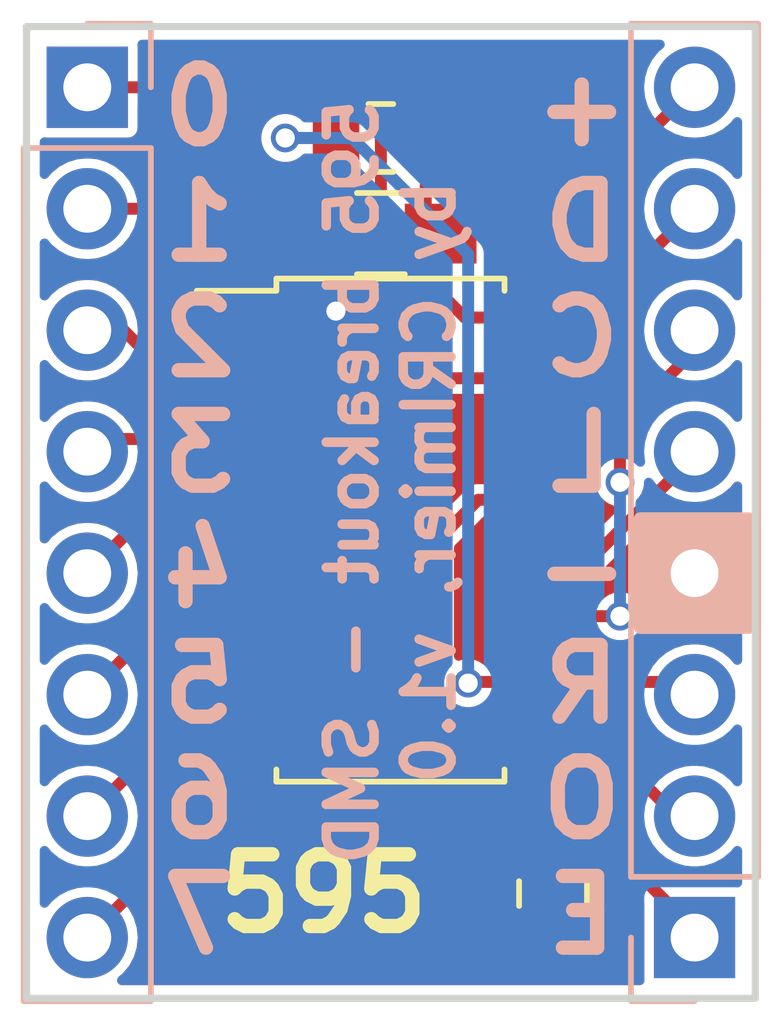
<source format=kicad_pcb>
(kicad_pcb (version 20171130) (host pcbnew "(5.1.2)-1")

  (general
    (thickness 1.6)
    (drawings 8)
    (tracks 72)
    (zones 0)
    (modules 6)
    (nets 17)
  )

  (page A4)
  (layers
    (0 F.Cu signal)
    (31 B.Cu signal)
    (32 B.Adhes user)
    (33 F.Adhes user)
    (34 B.Paste user)
    (35 F.Paste user)
    (36 B.SilkS user)
    (37 F.SilkS user)
    (38 B.Mask user)
    (39 F.Mask user)
    (40 Dwgs.User user)
    (41 Cmts.User user)
    (42 Eco1.User user)
    (43 Eco2.User user)
    (44 Edge.Cuts user)
    (45 Margin user)
    (46 B.CrtYd user)
    (47 F.CrtYd user)
    (48 B.Fab user hide)
    (49 F.Fab user hide)
  )

  (setup
    (last_trace_width 0.25)
    (trace_clearance 0.2)
    (zone_clearance 0.508)
    (zone_45_only no)
    (trace_min 0.2)
    (via_size 0.6)
    (via_drill 0.4)
    (via_min_size 0.4)
    (via_min_drill 0.3)
    (uvia_size 0.3)
    (uvia_drill 0.1)
    (uvias_allowed no)
    (uvia_min_size 0.2)
    (uvia_min_drill 0.1)
    (edge_width 0.15)
    (segment_width 0.2)
    (pcb_text_width 0.3)
    (pcb_text_size 1.5 1.5)
    (mod_edge_width 0.15)
    (mod_text_size 1 1)
    (mod_text_width 0.15)
    (pad_size 1.524 1.524)
    (pad_drill 0.762)
    (pad_to_mask_clearance 0.2)
    (aux_axis_origin 163.83 102.87)
    (visible_elements 7FFFFFFF)
    (pcbplotparams
      (layerselection 0x010f0_ffffffff)
      (usegerberextensions true)
      (usegerberattributes true)
      (usegerberadvancedattributes false)
      (creategerberjobfile false)
      (excludeedgelayer true)
      (linewidth 0.100000)
      (plotframeref false)
      (viasonmask false)
      (mode 1)
      (useauxorigin true)
      (hpglpennumber 1)
      (hpglpenspeed 20)
      (hpglpendiameter 15.000000)
      (psnegative false)
      (psa4output false)
      (plotreference false)
      (plotvalue false)
      (plotinvisibletext false)
      (padsonsilk false)
      (subtractmaskfromsilk true)
      (outputformat 1)
      (mirror false)
      (drillshape 0)
      (scaleselection 1)
      (outputdirectory "gerbers/"))
  )

  (net 0 "")
  (net 1 GND)
  (net 2 VCC)
  (net 3 "Net-(J2-Pad1)")
  (net 4 "Net-(J2-Pad2)")
  (net 5 "Net-(J2-Pad3)")
  (net 6 "Net-(J2-Pad4)")
  (net 7 "Net-(J2-Pad5)")
  (net 8 "Net-(J2-Pad6)")
  (net 9 "Net-(J2-Pad7)")
  (net 10 "Net-(J2-Pad8)")
  (net 11 RST)
  (net 12 DOUT)
  (net 13 CLK)
  (net 14 LATCH)
  (net 15 DIN)
  (net 16 OE)

  (net_class Default "This is the default net class."
    (clearance 0.2)
    (trace_width 0.25)
    (via_dia 0.6)
    (via_drill 0.4)
    (uvia_dia 0.3)
    (uvia_drill 0.1)
    (add_net CLK)
    (add_net DIN)
    (add_net DOUT)
    (add_net GND)
    (add_net LATCH)
    (add_net "Net-(J2-Pad1)")
    (add_net "Net-(J2-Pad2)")
    (add_net "Net-(J2-Pad3)")
    (add_net "Net-(J2-Pad4)")
    (add_net "Net-(J2-Pad5)")
    (add_net "Net-(J2-Pad6)")
    (add_net "Net-(J2-Pad7)")
    (add_net "Net-(J2-Pad8)")
    (add_net OE)
    (add_net RST)
    (add_net VCC)
  )

  (module Pin_Headers:Pin_Header_Straight_1x08_Pitch2.54mm (layer B.Cu) (tedit 5ACFEC7E) (tstamp 5ACFEB71)
    (at 149.86 104.14 180)
    (descr "Through hole straight pin header, 1x08, 2.54mm pitch, single row")
    (tags "Through hole pin header THT 1x08 2.54mm single row")
    (path /5ACFEA0D)
    (fp_text reference J2 (at 0 2.33 180) (layer B.SilkS) hide
      (effects (font (size 1 1) (thickness 0.15)) (justify mirror))
    )
    (fp_text value Conn_01x08 (at 0 -20.11 180) (layer B.Fab)
      (effects (font (size 1 1) (thickness 0.15)) (justify mirror))
    )
    (fp_line (start -0.635 1.27) (end 1.27 1.27) (layer B.Fab) (width 0.1))
    (fp_line (start 1.27 1.27) (end 1.27 -19.05) (layer B.Fab) (width 0.1))
    (fp_line (start 1.27 -19.05) (end -1.27 -19.05) (layer B.Fab) (width 0.1))
    (fp_line (start -1.27 -19.05) (end -1.27 0.635) (layer B.Fab) (width 0.1))
    (fp_line (start -1.27 0.635) (end -0.635 1.27) (layer B.Fab) (width 0.1))
    (fp_line (start -1.33 -19.11) (end 1.33 -19.11) (layer B.SilkS) (width 0.12))
    (fp_line (start -1.33 -1.27) (end -1.33 -19.11) (layer B.SilkS) (width 0.12))
    (fp_line (start 1.33 -1.27) (end 1.33 -19.11) (layer B.SilkS) (width 0.12))
    (fp_line (start -1.33 -1.27) (end 1.33 -1.27) (layer B.SilkS) (width 0.12))
    (fp_line (start -1.33 0) (end -1.33 1.33) (layer B.SilkS) (width 0.12))
    (fp_line (start -1.33 1.33) (end 0 1.33) (layer B.SilkS) (width 0.12))
    (fp_line (start -1.8 1.8) (end -1.8 -19.55) (layer B.CrtYd) (width 0.05))
    (fp_line (start -1.8 -19.55) (end 1.8 -19.55) (layer B.CrtYd) (width 0.05))
    (fp_line (start 1.8 -19.55) (end 1.8 1.8) (layer B.CrtYd) (width 0.05))
    (fp_line (start 1.8 1.8) (end -1.8 1.8) (layer B.CrtYd) (width 0.05))
    (fp_text user %R (at 0 -8.89 90) (layer B.Fab)
      (effects (font (size 1 1) (thickness 0.15)) (justify mirror))
    )
    (pad 1 thru_hole rect (at 0 0 180) (size 1.7 1.7) (drill 1) (layers *.Cu *.Mask)
      (net 3 "Net-(J2-Pad1)"))
    (pad 2 thru_hole oval (at 0 -2.54 180) (size 1.7 1.7) (drill 1) (layers *.Cu *.Mask)
      (net 4 "Net-(J2-Pad2)"))
    (pad 3 thru_hole oval (at 0 -5.08 180) (size 1.7 1.7) (drill 1) (layers *.Cu *.Mask)
      (net 5 "Net-(J2-Pad3)"))
    (pad 4 thru_hole oval (at 0 -7.62 180) (size 1.7 1.7) (drill 1) (layers *.Cu *.Mask)
      (net 6 "Net-(J2-Pad4)"))
    (pad 5 thru_hole oval (at 0 -10.16 180) (size 1.7 1.7) (drill 1) (layers *.Cu *.Mask)
      (net 7 "Net-(J2-Pad5)"))
    (pad 6 thru_hole oval (at 0 -12.7 180) (size 1.7 1.7) (drill 1) (layers *.Cu *.Mask)
      (net 8 "Net-(J2-Pad6)"))
    (pad 7 thru_hole oval (at 0 -15.24 180) (size 1.7 1.7) (drill 1) (layers *.Cu *.Mask)
      (net 9 "Net-(J2-Pad7)"))
    (pad 8 thru_hole oval (at 0 -17.78 180) (size 1.7 1.7) (drill 1) (layers *.Cu *.Mask)
      (net 10 "Net-(J2-Pad8)"))
    (model ${KISYS3DMOD}/Pin_Headers.3dshapes/Pin_Header_Straight_1x08_Pitch2.54mm.wrl
      (at (xyz 0 0 0))
      (scale (xyz 1 1 1))
      (rotate (xyz 0 0 0))
    )
  )

  (module Capacitors_SMD:C_0805_HandSoldering (layer F.Cu) (tedit 5AE0FEA1) (tstamp 5AE0FE86)
    (at 156 107.2 180)
    (descr "Capacitor SMD 0805, hand soldering")
    (tags "capacitor 0805")
    (path /5AE0FEE3)
    (attr smd)
    (fp_text reference C1 (at 0 -1.75) (layer F.SilkS) hide
      (effects (font (size 1 1) (thickness 0.15)))
    )
    (fp_text value C_Small (at 0 1.75) (layer F.Fab)
      (effects (font (size 1 1) (thickness 0.15)))
    )
    (fp_text user %R (at 0 -1.75) (layer F.Fab)
      (effects (font (size 1 1) (thickness 0.15)))
    )
    (fp_line (start -1 0.62) (end -1 -0.62) (layer F.Fab) (width 0.1))
    (fp_line (start 1 0.62) (end -1 0.62) (layer F.Fab) (width 0.1))
    (fp_line (start 1 -0.62) (end 1 0.62) (layer F.Fab) (width 0.1))
    (fp_line (start -1 -0.62) (end 1 -0.62) (layer F.Fab) (width 0.1))
    (fp_line (start 0.5 -0.85) (end -0.5 -0.85) (layer F.SilkS) (width 0.12))
    (fp_line (start -0.5 0.85) (end 0.5 0.85) (layer F.SilkS) (width 0.12))
    (fp_line (start -2.25 -0.88) (end 2.25 -0.88) (layer F.CrtYd) (width 0.05))
    (fp_line (start -2.25 -0.88) (end -2.25 0.87) (layer F.CrtYd) (width 0.05))
    (fp_line (start 2.25 0.87) (end 2.25 -0.88) (layer F.CrtYd) (width 0.05))
    (fp_line (start 2.25 0.87) (end -2.25 0.87) (layer F.CrtYd) (width 0.05))
    (pad 1 smd rect (at -1.25 0 180) (size 1.5 1.25) (layers F.Cu F.Paste F.Mask)
      (net 2 VCC))
    (pad 2 smd rect (at 1.25 0 180) (size 1.5 1.25) (layers F.Cu F.Paste F.Mask)
      (net 1 GND))
    (model Capacitors_SMD.3dshapes/C_0805.wrl
      (at (xyz 0 0 0))
      (scale (xyz 1 1 1))
      (rotate (xyz 0 0 0))
    )
  )

  (module Pin_Headers:Pin_Header_Straight_1x08_Pitch2.54mm (layer B.Cu) (tedit 5AE0FF2F) (tstamp 5AE0FF25)
    (at 162.56 121.92)
    (descr "Through hole straight pin header, 1x08, 2.54mm pitch, single row")
    (tags "Through hole pin header THT 1x08 2.54mm single row")
    (path /5AE0FFF5)
    (fp_text reference J1 (at 0 2.33) (layer B.SilkS) hide
      (effects (font (size 1 1) (thickness 0.15)) (justify mirror))
    )
    (fp_text value Conn_01x08 (at 0 -20.11) (layer B.Fab)
      (effects (font (size 1 1) (thickness 0.15)) (justify mirror))
    )
    (fp_line (start -0.635 1.27) (end 1.27 1.27) (layer B.Fab) (width 0.1))
    (fp_line (start 1.27 1.27) (end 1.27 -19.05) (layer B.Fab) (width 0.1))
    (fp_line (start 1.27 -19.05) (end -1.27 -19.05) (layer B.Fab) (width 0.1))
    (fp_line (start -1.27 -19.05) (end -1.27 0.635) (layer B.Fab) (width 0.1))
    (fp_line (start -1.27 0.635) (end -0.635 1.27) (layer B.Fab) (width 0.1))
    (fp_line (start -1.33 -19.11) (end 1.33 -19.11) (layer B.SilkS) (width 0.12))
    (fp_line (start -1.33 -1.27) (end -1.33 -19.11) (layer B.SilkS) (width 0.12))
    (fp_line (start 1.33 -1.27) (end 1.33 -19.11) (layer B.SilkS) (width 0.12))
    (fp_line (start -1.33 -1.27) (end 1.33 -1.27) (layer B.SilkS) (width 0.12))
    (fp_line (start -1.33 0) (end -1.33 1.33) (layer B.SilkS) (width 0.12))
    (fp_line (start -1.33 1.33) (end 0 1.33) (layer B.SilkS) (width 0.12))
    (fp_line (start -1.8 1.8) (end -1.8 -19.55) (layer B.CrtYd) (width 0.05))
    (fp_line (start -1.8 -19.55) (end 1.8 -19.55) (layer B.CrtYd) (width 0.05))
    (fp_line (start 1.8 -19.55) (end 1.8 1.8) (layer B.CrtYd) (width 0.05))
    (fp_line (start 1.8 1.8) (end -1.8 1.8) (layer B.CrtYd) (width 0.05))
    (fp_text user %R (at 0 -8.89 270) (layer B.Fab)
      (effects (font (size 1 1) (thickness 0.15)) (justify mirror))
    )
    (pad 1 thru_hole rect (at 0 0) (size 1.7 1.7) (drill 1) (layers *.Cu *.Mask)
      (net 16 OE))
    (pad 2 thru_hole oval (at 0 -2.54) (size 1.7 1.7) (drill 1) (layers *.Cu *.Mask)
      (net 12 DOUT))
    (pad 3 thru_hole oval (at 0 -5.08) (size 1.7 1.7) (drill 1) (layers *.Cu *.Mask)
      (net 11 RST))
    (pad 4 thru_hole oval (at 0 -7.62) (size 1.7 1.7) (drill 1) (layers *.Cu *.Mask)
      (net 1 GND))
    (pad 5 thru_hole oval (at 0 -10.16) (size 1.7 1.7) (drill 1) (layers *.Cu *.Mask)
      (net 14 LATCH))
    (pad 6 thru_hole oval (at 0 -12.7) (size 1.7 1.7) (drill 1) (layers *.Cu *.Mask)
      (net 13 CLK))
    (pad 7 thru_hole oval (at 0 -15.24) (size 1.7 1.7) (drill 1) (layers *.Cu *.Mask)
      (net 15 DIN))
    (pad 8 thru_hole oval (at 0 -17.78) (size 1.7 1.7) (drill 1) (layers *.Cu *.Mask)
      (net 2 VCC))
    (model ${KISYS3DMOD}/Pin_Headers.3dshapes/Pin_Header_Straight_1x08_Pitch2.54mm.wrl
      (at (xyz 0 0 0))
      (scale (xyz 1 1 1))
      (rotate (xyz 0 0 0))
    )
  )

  (module Package_SO:SOP-16_4.55x10.3mm_P1.27mm (layer F.Cu) (tedit 5C5B553D) (tstamp 5D038A74)
    (at 156.2 113.4)
    (descr "SOP, 16 Pin (https://toshiba.semicon-storage.com/info/docget.jsp?did=12855&prodName=TLP290-4), generated with kicad-footprint-generator ipc_gullwing_generator.py")
    (tags "SOP SO")
    (path /5ACFE96D)
    (attr smd)
    (fp_text reference U1 (at 0 -6.1) (layer F.SilkS) hide
      (effects (font (size 1 1) (thickness 0.15)))
    )
    (fp_text value 74LS595 (at 0 6.1) (layer F.Fab)
      (effects (font (size 1 1) (thickness 0.15)))
    )
    (fp_line (start 0 5.26) (end 2.385 5.26) (layer F.SilkS) (width 0.12))
    (fp_line (start 2.385 5.26) (end 2.385 5.005) (layer F.SilkS) (width 0.12))
    (fp_line (start 0 5.26) (end -2.385 5.26) (layer F.SilkS) (width 0.12))
    (fp_line (start -2.385 5.26) (end -2.385 5.005) (layer F.SilkS) (width 0.12))
    (fp_line (start 0 -5.26) (end 2.385 -5.26) (layer F.SilkS) (width 0.12))
    (fp_line (start 2.385 -5.26) (end 2.385 -5.005) (layer F.SilkS) (width 0.12))
    (fp_line (start 0 -5.26) (end -2.385 -5.26) (layer F.SilkS) (width 0.12))
    (fp_line (start -2.385 -5.26) (end -2.385 -5.005) (layer F.SilkS) (width 0.12))
    (fp_line (start -2.385 -5.005) (end -4.05 -5.005) (layer F.SilkS) (width 0.12))
    (fp_line (start -1.275 -5.15) (end 2.275 -5.15) (layer F.Fab) (width 0.1))
    (fp_line (start 2.275 -5.15) (end 2.275 5.15) (layer F.Fab) (width 0.1))
    (fp_line (start 2.275 5.15) (end -2.275 5.15) (layer F.Fab) (width 0.1))
    (fp_line (start -2.275 5.15) (end -2.275 -4.15) (layer F.Fab) (width 0.1))
    (fp_line (start -2.275 -4.15) (end -1.275 -5.15) (layer F.Fab) (width 0.1))
    (fp_line (start -4.3 -5.4) (end -4.3 5.4) (layer F.CrtYd) (width 0.05))
    (fp_line (start -4.3 5.4) (end 4.3 5.4) (layer F.CrtYd) (width 0.05))
    (fp_line (start 4.3 5.4) (end 4.3 -5.4) (layer F.CrtYd) (width 0.05))
    (fp_line (start 4.3 -5.4) (end -4.3 -5.4) (layer F.CrtYd) (width 0.05))
    (fp_text user %R (at 0 0) (layer F.Fab)
      (effects (font (size 1 1) (thickness 0.15)))
    )
    (pad 1 smd roundrect (at -3.25 -4.445) (size 1.6 0.6) (layers F.Cu F.Paste F.Mask) (roundrect_rratio 0.25)
      (net 4 "Net-(J2-Pad2)"))
    (pad 2 smd roundrect (at -3.25 -3.175) (size 1.6 0.6) (layers F.Cu F.Paste F.Mask) (roundrect_rratio 0.25)
      (net 5 "Net-(J2-Pad3)"))
    (pad 3 smd roundrect (at -3.25 -1.905) (size 1.6 0.6) (layers F.Cu F.Paste F.Mask) (roundrect_rratio 0.25)
      (net 6 "Net-(J2-Pad4)"))
    (pad 4 smd roundrect (at -3.25 -0.635) (size 1.6 0.6) (layers F.Cu F.Paste F.Mask) (roundrect_rratio 0.25)
      (net 7 "Net-(J2-Pad5)"))
    (pad 5 smd roundrect (at -3.25 0.635) (size 1.6 0.6) (layers F.Cu F.Paste F.Mask) (roundrect_rratio 0.25)
      (net 8 "Net-(J2-Pad6)"))
    (pad 6 smd roundrect (at -3.25 1.905) (size 1.6 0.6) (layers F.Cu F.Paste F.Mask) (roundrect_rratio 0.25)
      (net 9 "Net-(J2-Pad7)"))
    (pad 7 smd roundrect (at -3.25 3.175) (size 1.6 0.6) (layers F.Cu F.Paste F.Mask) (roundrect_rratio 0.25)
      (net 10 "Net-(J2-Pad8)"))
    (pad 8 smd roundrect (at -3.25 4.445) (size 1.6 0.6) (layers F.Cu F.Paste F.Mask) (roundrect_rratio 0.25)
      (net 1 GND))
    (pad 9 smd roundrect (at 3.25 4.445) (size 1.6 0.6) (layers F.Cu F.Paste F.Mask) (roundrect_rratio 0.25)
      (net 12 DOUT))
    (pad 10 smd roundrect (at 3.25 3.175) (size 1.6 0.6) (layers F.Cu F.Paste F.Mask) (roundrect_rratio 0.25)
      (net 11 RST))
    (pad 11 smd roundrect (at 3.25 1.905) (size 1.6 0.6) (layers F.Cu F.Paste F.Mask) (roundrect_rratio 0.25)
      (net 13 CLK))
    (pad 12 smd roundrect (at 3.25 0.635) (size 1.6 0.6) (layers F.Cu F.Paste F.Mask) (roundrect_rratio 0.25)
      (net 14 LATCH))
    (pad 13 smd roundrect (at 3.25 -0.635) (size 1.6 0.6) (layers F.Cu F.Paste F.Mask) (roundrect_rratio 0.25)
      (net 16 OE))
    (pad 14 smd roundrect (at 3.25 -1.905) (size 1.6 0.6) (layers F.Cu F.Paste F.Mask) (roundrect_rratio 0.25)
      (net 15 DIN))
    (pad 15 smd roundrect (at 3.25 -3.175) (size 1.6 0.6) (layers F.Cu F.Paste F.Mask) (roundrect_rratio 0.25)
      (net 3 "Net-(J2-Pad1)"))
    (pad 16 smd roundrect (at 3.25 -4.445) (size 1.6 0.6) (layers F.Cu F.Paste F.Mask) (roundrect_rratio 0.25)
      (net 2 VCC))
    (model ${KISYS3DMOD}/Package_SO.3dshapes/SOP-16_4.55x10.3mm_P1.27mm.wrl
      (at (xyz 0 0 0))
      (scale (xyz 1 1 1))
      (rotate (xyz 0 0 0))
    )
  )

  (module Resistor_SMD:R_0805_2012Metric (layer F.Cu) (tedit 5B36C52B) (tstamp 5D038B58)
    (at 156 105.2 180)
    (descr "Resistor SMD 0805 (2012 Metric), square (rectangular) end terminal, IPC_7351 nominal, (Body size source: https://docs.google.com/spreadsheets/d/1BsfQQcO9C6DZCsRaXUlFlo91Tg2WpOkGARC1WS5S8t0/edit?usp=sharing), generated with kicad-footprint-generator")
    (tags resistor)
    (path /5ACFEBEB)
    (attr smd)
    (fp_text reference R1 (at 0 -1.65) (layer F.SilkS) hide
      (effects (font (size 1 1) (thickness 0.15)))
    )
    (fp_text value R_Small (at 0 1.65) (layer F.Fab)
      (effects (font (size 1 1) (thickness 0.15)))
    )
    (fp_line (start -1 0.6) (end -1 -0.6) (layer F.Fab) (width 0.1))
    (fp_line (start -1 -0.6) (end 1 -0.6) (layer F.Fab) (width 0.1))
    (fp_line (start 1 -0.6) (end 1 0.6) (layer F.Fab) (width 0.1))
    (fp_line (start 1 0.6) (end -1 0.6) (layer F.Fab) (width 0.1))
    (fp_line (start -0.258578 -0.71) (end 0.258578 -0.71) (layer F.SilkS) (width 0.12))
    (fp_line (start -0.258578 0.71) (end 0.258578 0.71) (layer F.SilkS) (width 0.12))
    (fp_line (start -1.68 0.95) (end -1.68 -0.95) (layer F.CrtYd) (width 0.05))
    (fp_line (start -1.68 -0.95) (end 1.68 -0.95) (layer F.CrtYd) (width 0.05))
    (fp_line (start 1.68 -0.95) (end 1.68 0.95) (layer F.CrtYd) (width 0.05))
    (fp_line (start 1.68 0.95) (end -1.68 0.95) (layer F.CrtYd) (width 0.05))
    (fp_text user %R (at 0 0) (layer F.Fab)
      (effects (font (size 0.5 0.5) (thickness 0.08)))
    )
    (pad 1 smd roundrect (at -0.9375 0 180) (size 0.975 1.4) (layers F.Cu F.Paste F.Mask) (roundrect_rratio 0.25)
      (net 2 VCC))
    (pad 2 smd roundrect (at 0.9375 0 180) (size 0.975 1.4) (layers F.Cu F.Paste F.Mask) (roundrect_rratio 0.25)
      (net 11 RST))
    (model ${KISYS3DMOD}/Resistor_SMD.3dshapes/R_0805_2012Metric.wrl
      (at (xyz 0 0 0))
      (scale (xyz 1 1 1))
      (rotate (xyz 0 0 0))
    )
  )

  (module Resistor_SMD:R_0805_2012Metric (layer F.Cu) (tedit 5B36C52B) (tstamp 5D038B78)
    (at 159.6 121 270)
    (descr "Resistor SMD 0805 (2012 Metric), square (rectangular) end terminal, IPC_7351 nominal, (Body size source: https://docs.google.com/spreadsheets/d/1BsfQQcO9C6DZCsRaXUlFlo91Tg2WpOkGARC1WS5S8t0/edit?usp=sharing), generated with kicad-footprint-generator")
    (tags resistor)
    (path /5D0346D4)
    (attr smd)
    (fp_text reference R2 (at 0 -1.65 270) (layer F.SilkS) hide
      (effects (font (size 1 1) (thickness 0.15)))
    )
    (fp_text value R_Small (at 0 1.65 270) (layer F.Fab)
      (effects (font (size 1 1) (thickness 0.15)))
    )
    (fp_text user %R (at 0 0 270) (layer F.Fab)
      (effects (font (size 0.5 0.5) (thickness 0.08)))
    )
    (fp_line (start 1.68 0.95) (end -1.68 0.95) (layer F.CrtYd) (width 0.05))
    (fp_line (start 1.68 -0.95) (end 1.68 0.95) (layer F.CrtYd) (width 0.05))
    (fp_line (start -1.68 -0.95) (end 1.68 -0.95) (layer F.CrtYd) (width 0.05))
    (fp_line (start -1.68 0.95) (end -1.68 -0.95) (layer F.CrtYd) (width 0.05))
    (fp_line (start -0.258578 0.71) (end 0.258578 0.71) (layer F.SilkS) (width 0.12))
    (fp_line (start -0.258578 -0.71) (end 0.258578 -0.71) (layer F.SilkS) (width 0.12))
    (fp_line (start 1 0.6) (end -1 0.6) (layer F.Fab) (width 0.1))
    (fp_line (start 1 -0.6) (end 1 0.6) (layer F.Fab) (width 0.1))
    (fp_line (start -1 -0.6) (end 1 -0.6) (layer F.Fab) (width 0.1))
    (fp_line (start -1 0.6) (end -1 -0.6) (layer F.Fab) (width 0.1))
    (pad 2 smd roundrect (at 0.9375 0 270) (size 0.975 1.4) (layers F.Cu F.Paste F.Mask) (roundrect_rratio 0.25)
      (net 1 GND))
    (pad 1 smd roundrect (at -0.9375 0 270) (size 0.975 1.4) (layers F.Cu F.Paste F.Mask) (roundrect_rratio 0.25)
      (net 16 OE))
    (model ${KISYS3DMOD}/Resistor_SMD.3dshapes/R_0805_2012Metric.wrl
      (at (xyz 0 0 0))
      (scale (xyz 1 1 1))
      (rotate (xyz 0 0 0))
    )
  )

  (gr_text 595 (at 154.8 121) (layer F.SilkS)
    (effects (font (size 1.5 1.5) (thickness 0.3)))
  )
  (gr_text "595 breakout - SMD\nby CRImier, v1.0" (at 156.21 112.395 90) (layer B.SilkS)
    (effects (font (size 1 1) (thickness 0.2)) (justify mirror))
  )
  (gr_text "+\nD\nC\nL\n-\nR\nO\nE" (at 160.2 113) (layer B.SilkS)
    (effects (font (size 1.5 1.5) (thickness 0.3)) (justify mirror))
  )
  (gr_text "0\n1\n2\n3\n4\n5\n6\n7" (at 152.2 113) (layer B.SilkS)
    (effects (font (size 1.5 1.5) (thickness 0.3)) (justify mirror))
  )
  (gr_line (start 148.59 123.19) (end 148.59 102.87) (layer Edge.Cuts) (width 0.15))
  (gr_line (start 163.83 123.19) (end 148.59 123.19) (layer Edge.Cuts) (width 0.15))
  (gr_line (start 163.83 102.87) (end 163.83 123.19) (layer Edge.Cuts) (width 0.15))
  (gr_line (start 148.59 102.87) (end 163.83 102.87) (layer Edge.Cuts) (width 0.15))

  (via (at 155.06 108.82) (size 0.6) (drill 0.4) (layers F.Cu B.Cu) (net 1))
  (segment (start 156.9375 106.8875) (end 157.25 107.2) (width 0.25) (layer F.Cu) (net 2))
  (segment (start 156.9375 105.2) (end 156.9375 106.8875) (width 0.25) (layer F.Cu) (net 2))
  (segment (start 161.5 105.2) (end 156.9375 105.2) (width 0.25) (layer F.Cu) (net 2))
  (segment (start 162.56 104.14) (end 161.5 105.2) (width 0.25) (layer F.Cu) (net 2))
  (segment (start 159.45 108.955) (end 157.755 108.955) (width 0.25) (layer F.Cu) (net 2))
  (segment (start 157.25 108.45) (end 157.25 107.2) (width 0.25) (layer F.Cu) (net 2))
  (segment (start 157.755 108.955) (end 157.25 108.45) (width 0.25) (layer F.Cu) (net 2))
  (segment (start 155.74 104.14) (end 156 104.4) (width 0.25) (layer F.Cu) (net 3))
  (segment (start 149.86 104.14) (end 155.74 104.14) (width 0.25) (layer F.Cu) (net 3))
  (segment (start 156 104.4) (end 156 109.4) (width 0.25) (layer F.Cu) (net 3))
  (segment (start 156.825 110.225) (end 159.45 110.225) (width 0.25) (layer F.Cu) (net 3))
  (segment (start 156 109.4) (end 156.825 110.225) (width 0.25) (layer F.Cu) (net 3))
  (segment (start 149.86 106.68) (end 151.88 106.68) (width 0.25) (layer F.Cu) (net 4))
  (segment (start 152.95 107.75) (end 152.95 108.955) (width 0.25) (layer F.Cu) (net 4))
  (segment (start 151.88 106.68) (end 152.95 107.75) (width 0.25) (layer F.Cu) (net 4))
  (segment (start 149.86 109.22) (end 150.62 109.22) (width 0.25) (layer F.Cu) (net 5))
  (segment (start 151.625 110.225) (end 152.95 110.225) (width 0.25) (layer F.Cu) (net 5))
  (segment (start 150.62 109.22) (end 151.625 110.225) (width 0.25) (layer F.Cu) (net 5))
  (segment (start 150.125 111.495) (end 149.86 111.76) (width 0.25) (layer F.Cu) (net 6))
  (segment (start 152.95 111.495) (end 150.125 111.495) (width 0.25) (layer F.Cu) (net 6))
  (segment (start 151.395 112.765) (end 149.86 114.3) (width 0.25) (layer F.Cu) (net 7))
  (segment (start 152.95 112.765) (end 151.395 112.765) (width 0.25) (layer F.Cu) (net 7))
  (segment (start 152.95 114.035) (end 151.765 114.035) (width 0.25) (layer F.Cu) (net 8))
  (segment (start 151.765 114.035) (end 151.4 114.4) (width 0.25) (layer F.Cu) (net 8))
  (segment (start 151.4 115.3) (end 149.86 116.84) (width 0.25) (layer F.Cu) (net 8))
  (segment (start 151.4 114.4) (end 151.4 115.3) (width 0.25) (layer F.Cu) (net 8))
  (segment (start 151.2 118.04) (end 149.86 119.38) (width 0.25) (layer F.Cu) (net 9))
  (segment (start 151.2 116.13641) (end 151.2 118.04) (width 0.25) (layer F.Cu) (net 9))
  (segment (start 152.95 115.305) (end 152.03141 115.305) (width 0.25) (layer F.Cu) (net 9))
  (segment (start 152.03141 115.305) (end 151.2 116.13641) (width 0.25) (layer F.Cu) (net 9))
  (segment (start 151.65001 120.12999) (end 149.86 121.92) (width 0.25) (layer F.Cu) (net 10))
  (segment (start 151.65001 116.94999) (end 151.65001 120.12999) (width 0.25) (layer F.Cu) (net 10))
  (segment (start 152.95 116.575) (end 152.025 116.575) (width 0.25) (layer F.Cu) (net 10))
  (segment (start 152.025 116.575) (end 151.65001 116.94999) (width 0.25) (layer F.Cu) (net 10))
  (segment (start 162.295 116.575) (end 162.56 116.84) (width 0.25) (layer F.Cu) (net 11))
  (segment (start 159.45 116.575) (end 162.295 116.575) (width 0.25) (layer F.Cu) (net 11))
  (via (at 157.825 116.6) (size 0.6) (drill 0.4) (layers F.Cu B.Cu) (net 11))
  (segment (start 159.45 116.575) (end 157.85 116.575) (width 0.25) (layer F.Cu) (net 11))
  (segment (start 157.85 116.575) (end 157.825 116.6) (width 0.25) (layer F.Cu) (net 11))
  (segment (start 157.825 116.6) (end 157.825 107.625) (width 0.25) (layer B.Cu) (net 11))
  (via (at 154 105.2) (size 0.6) (drill 0.4) (layers F.Cu B.Cu) (net 11))
  (segment (start 157.825 107.625) (end 155.4 105.2) (width 0.25) (layer B.Cu) (net 11))
  (segment (start 155.4 105.2) (end 154 105.2) (width 0.25) (layer B.Cu) (net 11))
  (segment (start 154 105.2) (end 155.0625 105.2) (width 0.25) (layer F.Cu) (net 11))
  (segment (start 159.45 117.845) (end 160.645 117.845) (width 0.25) (layer F.Cu) (net 12))
  (segment (start 162.18 119.38) (end 162.56 119.38) (width 0.25) (layer F.Cu) (net 12))
  (segment (start 160.645 117.845) (end 162.18 119.38) (width 0.25) (layer F.Cu) (net 12))
  (via (at 161 112.4) (size 0.6) (drill 0.4) (layers F.Cu B.Cu) (net 13))
  (via (at 161 115.2) (size 0.6) (drill 0.4) (layers F.Cu B.Cu) (net 13))
  (segment (start 161 112.4) (end 161 115.2) (width 0.25) (layer B.Cu) (net 13))
  (segment (start 159.555 115.2) (end 159.45 115.305) (width 0.25) (layer F.Cu) (net 13))
  (segment (start 161 115.2) (end 159.555 115.2) (width 0.25) (layer F.Cu) (net 13))
  (segment (start 161 111.2) (end 161 112.4) (width 0.25) (layer F.Cu) (net 13))
  (segment (start 162.38 109.82) (end 161 111.2) (width 0.25) (layer F.Cu) (net 13))
  (segment (start 162.56 109.22) (end 162.38 109.22) (width 0.25) (layer F.Cu) (net 13))
  (segment (start 162.38 109.22) (end 162.38 109.82) (width 0.25) (layer F.Cu) (net 13))
  (segment (start 159.45 114.035) (end 160.365 114.035) (width 0.25) (layer F.Cu) (net 14))
  (segment (start 162.56 111.84) (end 162.56 111.76) (width 0.25) (layer F.Cu) (net 14))
  (segment (start 160.365 114.035) (end 162.56 111.84) (width 0.25) (layer F.Cu) (net 14))
  (segment (start 159.868589 111.495) (end 160.6 110.763589) (width 0.25) (layer F.Cu) (net 15))
  (segment (start 160.6 110.763589) (end 160.6 108.64) (width 0.25) (layer F.Cu) (net 15))
  (segment (start 159.45 111.495) (end 159.868589 111.495) (width 0.25) (layer F.Cu) (net 15))
  (segment (start 160.6 108.64) (end 162.56 106.68) (width 0.25) (layer F.Cu) (net 15))
  (segment (start 159.45 112.765) (end 158.035 112.765) (width 0.25) (layer F.Cu) (net 16))
  (segment (start 158.035 112.765) (end 157.2 113.6) (width 0.25) (layer F.Cu) (net 16))
  (segment (start 157.2 113.6) (end 157.2 119) (width 0.25) (layer F.Cu) (net 16))
  (segment (start 158.2625 120.0625) (end 159.6 120.0625) (width 0.25) (layer F.Cu) (net 16))
  (segment (start 157.2 119) (end 158.2625 120.0625) (width 0.25) (layer F.Cu) (net 16))
  (segment (start 162.56 121.92) (end 162.56 121.76) (width 0.25) (layer F.Cu) (net 16))
  (segment (start 160.8625 120.0625) (end 159.6 120.0625) (width 0.25) (layer F.Cu) (net 16))
  (segment (start 162.56 121.76) (end 160.8625 120.0625) (width 0.25) (layer F.Cu) (net 16))

  (zone (net 1) (net_name GND) (layer F.Cu) (tstamp 5DCC488B) (hatch edge 0.508)
    (connect_pads (clearance 0.2))
    (min_thickness 0.2)
    (fill yes (arc_segments 16) (thermal_gap 0.2) (thermal_bridge_width 0.25))
    (polygon
      (pts
        (xy 148.59 102.87) (xy 163.83 102.87) (xy 163.83 123.19) (xy 148.59 123.19)
      )
    )
    (filled_polygon
      (pts
        (xy 154.284025 104.637387) (xy 154.281108 104.667003) (xy 154.175014 104.623058) (xy 154.059095 104.6) (xy 153.940905 104.6)
        (xy 153.824986 104.623058) (xy 153.715793 104.668287) (xy 153.617522 104.73395) (xy 153.53395 104.817522) (xy 153.468287 104.915793)
        (xy 153.423058 105.024986) (xy 153.4 105.140905) (xy 153.4 105.259095) (xy 153.423058 105.375014) (xy 153.468287 105.484207)
        (xy 153.53395 105.582478) (xy 153.617522 105.66605) (xy 153.715793 105.731713) (xy 153.824986 105.776942) (xy 153.940905 105.8)
        (xy 154.059095 105.8) (xy 154.175014 105.776942) (xy 154.281108 105.732997) (xy 154.284025 105.762613) (xy 154.31505 105.864889)
        (xy 154.365432 105.959147) (xy 154.433235 106.041765) (xy 154.515853 106.109568) (xy 154.610111 106.15995) (xy 154.712387 106.190975)
        (xy 154.81875 106.201451) (xy 155.30625 106.201451) (xy 155.412613 106.190975) (xy 155.514889 106.15995) (xy 155.575 106.12782)
        (xy 155.575 106.284251) (xy 155.55881 106.27934) (xy 155.5 106.273548) (xy 154.85 106.275) (xy 154.775 106.35)
        (xy 154.775 107.175) (xy 154.795 107.175) (xy 154.795 107.225) (xy 154.775 107.225) (xy 154.775 108.05)
        (xy 154.85 108.125) (xy 155.5 108.126452) (xy 155.55881 108.12066) (xy 155.575001 108.115748) (xy 155.575001 109.379123)
        (xy 155.572945 109.4) (xy 155.58115 109.483314) (xy 155.592878 109.521974) (xy 155.605453 109.563427) (xy 155.644917 109.63726)
        (xy 155.698027 109.701974) (xy 155.714239 109.715279) (xy 156.509721 110.510762) (xy 156.523026 110.526974) (xy 156.58774 110.580084)
        (xy 156.661573 110.619548) (xy 156.717383 110.636478) (xy 156.741685 110.64385) (xy 156.750098 110.644679) (xy 156.804126 110.65)
        (xy 156.804132 110.65) (xy 156.824999 110.652055) (xy 156.845866 110.65) (xy 158.444482 110.65) (xy 158.480776 110.694224)
        (xy 158.549187 110.750368) (xy 158.627237 110.792086) (xy 158.711926 110.817776) (xy 158.8 110.826451) (xy 159.936097 110.826451)
        (xy 159.869 110.893549) (xy 158.8 110.893549) (xy 158.711926 110.902224) (xy 158.627237 110.927914) (xy 158.549187 110.969632)
        (xy 158.480776 111.025776) (xy 158.424632 111.094187) (xy 158.382914 111.172237) (xy 158.357224 111.256926) (xy 158.348549 111.345)
        (xy 158.348549 111.645) (xy 158.357224 111.733074) (xy 158.382914 111.817763) (xy 158.424632 111.895813) (xy 158.480776 111.964224)
        (xy 158.549187 112.020368) (xy 158.627237 112.062086) (xy 158.711926 112.087776) (xy 158.8 112.096451) (xy 160.1 112.096451)
        (xy 160.188074 112.087776) (xy 160.272763 112.062086) (xy 160.350813 112.020368) (xy 160.419224 111.964224) (xy 160.475368 111.895813)
        (xy 160.517086 111.817763) (xy 160.542776 111.733074) (xy 160.551451 111.645) (xy 160.551451 111.413179) (xy 160.575 111.389629)
        (xy 160.575001 111.976471) (xy 160.53395 112.017522) (xy 160.468287 112.115793) (xy 160.423058 112.224986) (xy 160.410415 112.288546)
        (xy 160.350813 112.239632) (xy 160.272763 112.197914) (xy 160.188074 112.172224) (xy 160.1 112.163549) (xy 158.8 112.163549)
        (xy 158.711926 112.172224) (xy 158.627237 112.197914) (xy 158.549187 112.239632) (xy 158.480776 112.295776) (xy 158.444482 112.34)
        (xy 158.055866 112.34) (xy 158.034999 112.337945) (xy 158.014132 112.34) (xy 158.014126 112.34) (xy 157.960098 112.345321)
        (xy 157.951685 112.34615) (xy 157.927383 112.353522) (xy 157.871573 112.370452) (xy 157.79774 112.409916) (xy 157.733026 112.463026)
        (xy 157.719721 112.479238) (xy 156.914243 113.284717) (xy 156.898026 113.298026) (xy 156.844916 113.362741) (xy 156.805452 113.436574)
        (xy 156.78115 113.516687) (xy 156.775 113.579127) (xy 156.775 113.579133) (xy 156.772945 113.6) (xy 156.775 113.620867)
        (xy 156.775001 118.979123) (xy 156.772945 119) (xy 156.78115 119.083314) (xy 156.805453 119.163427) (xy 156.844917 119.23726)
        (xy 156.898027 119.301974) (xy 156.914239 119.315279) (xy 157.947219 120.34826) (xy 157.960526 120.364474) (xy 158.02524 120.417584)
        (xy 158.099073 120.457048) (xy 158.154883 120.473978) (xy 158.179185 120.48135) (xy 158.186827 120.482103) (xy 158.241626 120.4875)
        (xy 158.241633 120.4875) (xy 158.2625 120.489555) (xy 158.283367 120.4875) (xy 158.631742 120.4875) (xy 158.64005 120.514889)
        (xy 158.690432 120.609147) (xy 158.758235 120.691765) (xy 158.840853 120.759568) (xy 158.935111 120.80995) (xy 159.037387 120.840975)
        (xy 159.14375 120.851451) (xy 160.05625 120.851451) (xy 160.162613 120.840975) (xy 160.264889 120.80995) (xy 160.359147 120.759568)
        (xy 160.441765 120.691765) (xy 160.509568 120.609147) (xy 160.55995 120.514889) (xy 160.568258 120.4875) (xy 160.68646 120.4875)
        (xy 161.408549 121.209589) (xy 161.408549 122.77) (xy 161.412981 122.815) (xy 150.582194 122.815) (xy 150.677107 122.737107)
        (xy 150.820816 122.561997) (xy 150.894042 122.425) (xy 158.598548 122.425) (xy 158.60434 122.48381) (xy 158.621495 122.540361)
        (xy 158.649352 122.592478) (xy 158.686841 122.638159) (xy 158.732522 122.675648) (xy 158.784639 122.703505) (xy 158.84119 122.72066)
        (xy 158.9 122.726452) (xy 159.5 122.725) (xy 159.575 122.65) (xy 159.575 121.9625) (xy 159.625 121.9625)
        (xy 159.625 122.65) (xy 159.7 122.725) (xy 160.3 122.726452) (xy 160.35881 122.72066) (xy 160.415361 122.703505)
        (xy 160.467478 122.675648) (xy 160.513159 122.638159) (xy 160.550648 122.592478) (xy 160.578505 122.540361) (xy 160.59566 122.48381)
        (xy 160.601452 122.425) (xy 160.6 122.0375) (xy 160.525 121.9625) (xy 159.625 121.9625) (xy 159.575 121.9625)
        (xy 158.675 121.9625) (xy 158.6 122.0375) (xy 158.598548 122.425) (xy 150.894042 122.425) (xy 150.927602 122.362215)
        (xy 150.99336 122.145439) (xy 151.015564 121.92) (xy 150.99336 121.694561) (xy 150.927602 121.477785) (xy 150.919121 121.461919)
        (xy 150.93104 121.45) (xy 158.598548 121.45) (xy 158.6 121.8375) (xy 158.675 121.9125) (xy 159.575 121.9125)
        (xy 159.575 121.225) (xy 159.625 121.225) (xy 159.625 121.9125) (xy 160.525 121.9125) (xy 160.6 121.8375)
        (xy 160.601452 121.45) (xy 160.59566 121.39119) (xy 160.578505 121.334639) (xy 160.550648 121.282522) (xy 160.513159 121.236841)
        (xy 160.467478 121.199352) (xy 160.415361 121.171495) (xy 160.35881 121.15434) (xy 160.3 121.148548) (xy 159.7 121.15)
        (xy 159.625 121.225) (xy 159.575 121.225) (xy 159.5 121.15) (xy 158.9 121.148548) (xy 158.84119 121.15434)
        (xy 158.784639 121.171495) (xy 158.732522 121.199352) (xy 158.686841 121.236841) (xy 158.649352 121.282522) (xy 158.621495 121.334639)
        (xy 158.60434 121.39119) (xy 158.598548 121.45) (xy 150.93104 121.45) (xy 151.935772 120.445269) (xy 151.951984 120.431964)
        (xy 152.005094 120.36725) (xy 152.044558 120.293417) (xy 152.06886 120.213304) (xy 152.07501 120.150864) (xy 152.07501 120.150858)
        (xy 152.077065 120.129991) (xy 152.07501 120.109124) (xy 152.07501 118.435752) (xy 152.09119 118.44066) (xy 152.15 118.446452)
        (xy 152.85 118.445) (xy 152.925 118.37) (xy 152.925 117.87) (xy 152.975 117.87) (xy 152.975 118.37)
        (xy 153.05 118.445) (xy 153.75 118.446452) (xy 153.80881 118.44066) (xy 153.865361 118.423505) (xy 153.917478 118.395648)
        (xy 153.963159 118.358159) (xy 154.000648 118.312478) (xy 154.028505 118.260361) (xy 154.04566 118.20381) (xy 154.051452 118.145)
        (xy 154.05 117.945) (xy 153.975 117.87) (xy 152.975 117.87) (xy 152.925 117.87) (xy 152.905 117.87)
        (xy 152.905 117.82) (xy 152.925 117.82) (xy 152.925 117.32) (xy 152.975 117.32) (xy 152.975 117.82)
        (xy 153.975 117.82) (xy 154.05 117.745) (xy 154.051452 117.545) (xy 154.04566 117.48619) (xy 154.028505 117.429639)
        (xy 154.000648 117.377522) (xy 153.963159 117.331841) (xy 153.917478 117.294352) (xy 153.865361 117.266495) (xy 153.80881 117.24934)
        (xy 153.75 117.243548) (xy 153.05 117.245) (xy 152.975 117.32) (xy 152.925 117.32) (xy 152.85 117.245)
        (xy 152.15 117.243548) (xy 152.09119 117.24934) (xy 152.07501 117.254248) (xy 152.07501 117.12603) (xy 152.082739 117.118302)
        (xy 152.127237 117.142086) (xy 152.211926 117.167776) (xy 152.3 117.176451) (xy 153.6 117.176451) (xy 153.688074 117.167776)
        (xy 153.772763 117.142086) (xy 153.850813 117.100368) (xy 153.919224 117.044224) (xy 153.975368 116.975813) (xy 154.017086 116.897763)
        (xy 154.042776 116.813074) (xy 154.051451 116.725) (xy 154.051451 116.425) (xy 154.042776 116.336926) (xy 154.017086 116.252237)
        (xy 153.975368 116.174187) (xy 153.919224 116.105776) (xy 153.850813 116.049632) (xy 153.772763 116.007914) (xy 153.688074 115.982224)
        (xy 153.6 115.973549) (xy 152.3 115.973549) (xy 152.211926 115.982224) (xy 152.127237 116.007914) (xy 152.049187 116.049632)
        (xy 151.980776 116.105776) (xy 151.938689 116.157059) (xy 151.917383 116.163522) (xy 151.861573 116.180452) (xy 151.78774 116.219916)
        (xy 151.723026 116.273026) (xy 151.709721 116.289238) (xy 151.625 116.373959) (xy 151.625 116.31245) (xy 152.086916 115.850534)
        (xy 152.127237 115.872086) (xy 152.211926 115.897776) (xy 152.3 115.906451) (xy 153.6 115.906451) (xy 153.688074 115.897776)
        (xy 153.772763 115.872086) (xy 153.850813 115.830368) (xy 153.919224 115.774224) (xy 153.975368 115.705813) (xy 154.017086 115.627763)
        (xy 154.042776 115.543074) (xy 154.051451 115.455) (xy 154.051451 115.155) (xy 154.042776 115.066926) (xy 154.017086 114.982237)
        (xy 153.975368 114.904187) (xy 153.919224 114.835776) (xy 153.850813 114.779632) (xy 153.772763 114.737914) (xy 153.688074 114.712224)
        (xy 153.6 114.703549) (xy 152.3 114.703549) (xy 152.211926 114.712224) (xy 152.127237 114.737914) (xy 152.049187 114.779632)
        (xy 151.980776 114.835776) (xy 151.936564 114.889648) (xy 151.923793 114.893522) (xy 151.867983 114.910452) (xy 151.825 114.933427)
        (xy 151.825 114.57604) (xy 151.941041 114.46) (xy 151.944482 114.46) (xy 151.980776 114.504224) (xy 152.049187 114.560368)
        (xy 152.127237 114.602086) (xy 152.211926 114.627776) (xy 152.3 114.636451) (xy 153.6 114.636451) (xy 153.688074 114.627776)
        (xy 153.772763 114.602086) (xy 153.850813 114.560368) (xy 153.919224 114.504224) (xy 153.975368 114.435813) (xy 154.017086 114.357763)
        (xy 154.042776 114.273074) (xy 154.051451 114.185) (xy 154.051451 113.885) (xy 154.042776 113.796926) (xy 154.017086 113.712237)
        (xy 153.975368 113.634187) (xy 153.919224 113.565776) (xy 153.850813 113.509632) (xy 153.772763 113.467914) (xy 153.688074 113.442224)
        (xy 153.6 113.433549) (xy 152.3 113.433549) (xy 152.211926 113.442224) (xy 152.127237 113.467914) (xy 152.049187 113.509632)
        (xy 151.980776 113.565776) (xy 151.944482 113.61) (xy 151.785867 113.61) (xy 151.765 113.607945) (xy 151.744133 113.61)
        (xy 151.744126 113.61) (xy 151.689327 113.615397) (xy 151.681685 113.61615) (xy 151.657383 113.623522) (xy 151.601573 113.640452)
        (xy 151.52774 113.679916) (xy 151.463026 113.733026) (xy 151.449721 113.749238) (xy 151.114243 114.084717) (xy 151.098026 114.098026)
        (xy 151.044916 114.162741) (xy 151.008716 114.230468) (xy 150.99336 114.074561) (xy 150.927602 113.857785) (xy 150.919121 113.841919)
        (xy 151.571041 113.19) (xy 151.944482 113.19) (xy 151.980776 113.234224) (xy 152.049187 113.290368) (xy 152.127237 113.332086)
        (xy 152.211926 113.357776) (xy 152.3 113.366451) (xy 153.6 113.366451) (xy 153.688074 113.357776) (xy 153.772763 113.332086)
        (xy 153.850813 113.290368) (xy 153.919224 113.234224) (xy 153.975368 113.165813) (xy 154.017086 113.087763) (xy 154.042776 113.003074)
        (xy 154.051451 112.915) (xy 154.051451 112.615) (xy 154.042776 112.526926) (xy 154.017086 112.442237) (xy 153.975368 112.364187)
        (xy 153.919224 112.295776) (xy 153.850813 112.239632) (xy 153.772763 112.197914) (xy 153.688074 112.172224) (xy 153.6 112.163549)
        (xy 152.3 112.163549) (xy 152.211926 112.172224) (xy 152.127237 112.197914) (xy 152.049187 112.239632) (xy 151.980776 112.295776)
        (xy 151.944482 112.34) (xy 151.415867 112.34) (xy 151.395 112.337945) (xy 151.374133 112.34) (xy 151.374126 112.34)
        (xy 151.319327 112.345397) (xy 151.311685 112.34615) (xy 151.231572 112.370452) (xy 151.205855 112.384199) (xy 151.15774 112.409916)
        (xy 151.093026 112.463026) (xy 151.079721 112.479238) (xy 150.318081 113.240879) (xy 150.302215 113.232398) (xy 150.085439 113.16664)
        (xy 149.916492 113.15) (xy 149.803508 113.15) (xy 149.634561 113.16664) (xy 149.417785 113.232398) (xy 149.218003 113.339184)
        (xy 149.042893 113.482893) (xy 148.965 113.577806) (xy 148.965 112.482194) (xy 149.042893 112.577107) (xy 149.218003 112.720816)
        (xy 149.417785 112.827602) (xy 149.634561 112.89336) (xy 149.803508 112.91) (xy 149.916492 112.91) (xy 150.085439 112.89336)
        (xy 150.302215 112.827602) (xy 150.501997 112.720816) (xy 150.677107 112.577107) (xy 150.820816 112.401997) (xy 150.927602 112.202215)
        (xy 150.99336 111.985439) (xy 150.999805 111.92) (xy 151.944482 111.92) (xy 151.980776 111.964224) (xy 152.049187 112.020368)
        (xy 152.127237 112.062086) (xy 152.211926 112.087776) (xy 152.3 112.096451) (xy 153.6 112.096451) (xy 153.688074 112.087776)
        (xy 153.772763 112.062086) (xy 153.850813 112.020368) (xy 153.919224 111.964224) (xy 153.975368 111.895813) (xy 154.017086 111.817763)
        (xy 154.042776 111.733074) (xy 154.051451 111.645) (xy 154.051451 111.345) (xy 154.042776 111.256926) (xy 154.017086 111.172237)
        (xy 153.975368 111.094187) (xy 153.919224 111.025776) (xy 153.850813 110.969632) (xy 153.772763 110.927914) (xy 153.688074 110.902224)
        (xy 153.6 110.893549) (xy 152.3 110.893549) (xy 152.211926 110.902224) (xy 152.127237 110.927914) (xy 152.049187 110.969632)
        (xy 151.980776 111.025776) (xy 151.944482 111.07) (xy 150.781421 111.07) (xy 150.677107 110.942893) (xy 150.501997 110.799184)
        (xy 150.302215 110.692398) (xy 150.085439 110.62664) (xy 149.916492 110.61) (xy 149.803508 110.61) (xy 149.634561 110.62664)
        (xy 149.417785 110.692398) (xy 149.218003 110.799184) (xy 149.042893 110.942893) (xy 148.965 111.037806) (xy 148.965 109.942194)
        (xy 149.042893 110.037107) (xy 149.218003 110.180816) (xy 149.417785 110.287602) (xy 149.634561 110.35336) (xy 149.803508 110.37)
        (xy 149.916492 110.37) (xy 150.085439 110.35336) (xy 150.302215 110.287602) (xy 150.501997 110.180816) (xy 150.677107 110.037107)
        (xy 150.748759 109.949799) (xy 151.309716 110.510756) (xy 151.323026 110.526974) (xy 151.38774 110.580084) (xy 151.461573 110.619548)
        (xy 151.541686 110.64385) (xy 151.604126 110.65) (xy 151.604133 110.65) (xy 151.625 110.652055) (xy 151.645867 110.65)
        (xy 151.944482 110.65) (xy 151.980776 110.694224) (xy 152.049187 110.750368) (xy 152.127237 110.792086) (xy 152.211926 110.817776)
        (xy 152.3 110.826451) (xy 153.6 110.826451) (xy 153.688074 110.817776) (xy 153.772763 110.792086) (xy 153.850813 110.750368)
        (xy 153.919224 110.694224) (xy 153.975368 110.625813) (xy 154.017086 110.547763) (xy 154.042776 110.463074) (xy 154.051451 110.375)
        (xy 154.051451 110.075) (xy 154.042776 109.986926) (xy 154.017086 109.902237) (xy 153.975368 109.824187) (xy 153.919224 109.755776)
        (xy 153.850813 109.699632) (xy 153.772763 109.657914) (xy 153.688074 109.632224) (xy 153.6 109.623549) (xy 152.3 109.623549)
        (xy 152.211926 109.632224) (xy 152.127237 109.657914) (xy 152.049187 109.699632) (xy 151.980776 109.755776) (xy 151.944482 109.8)
        (xy 151.80104 109.8) (xy 150.992384 108.991344) (xy 150.927602 108.777785) (xy 150.820816 108.578003) (xy 150.677107 108.402893)
        (xy 150.501997 108.259184) (xy 150.302215 108.152398) (xy 150.085439 108.08664) (xy 149.916492 108.07) (xy 149.803508 108.07)
        (xy 149.634561 108.08664) (xy 149.417785 108.152398) (xy 149.218003 108.259184) (xy 149.042893 108.402893) (xy 148.965 108.497806)
        (xy 148.965 107.402194) (xy 149.042893 107.497107) (xy 149.218003 107.640816) (xy 149.417785 107.747602) (xy 149.634561 107.81336)
        (xy 149.803508 107.83) (xy 149.916492 107.83) (xy 150.085439 107.81336) (xy 150.302215 107.747602) (xy 150.501997 107.640816)
        (xy 150.677107 107.497107) (xy 150.820816 107.321997) (xy 150.927602 107.122215) (xy 150.932824 107.105) (xy 151.70396 107.105)
        (xy 152.525 107.92604) (xy 152.525001 108.353549) (xy 152.3 108.353549) (xy 152.211926 108.362224) (xy 152.127237 108.387914)
        (xy 152.049187 108.429632) (xy 151.980776 108.485776) (xy 151.924632 108.554187) (xy 151.882914 108.632237) (xy 151.857224 108.716926)
        (xy 151.848549 108.805) (xy 151.848549 109.105) (xy 151.857224 109.193074) (xy 151.882914 109.277763) (xy 151.924632 109.355813)
        (xy 151.980776 109.424224) (xy 152.049187 109.480368) (xy 152.127237 109.522086) (xy 152.211926 109.547776) (xy 152.3 109.556451)
        (xy 153.6 109.556451) (xy 153.688074 109.547776) (xy 153.772763 109.522086) (xy 153.850813 109.480368) (xy 153.919224 109.424224)
        (xy 153.975368 109.355813) (xy 154.017086 109.277763) (xy 154.042776 109.193074) (xy 154.051451 109.105) (xy 154.051451 108.805)
        (xy 154.042776 108.716926) (xy 154.017086 108.632237) (xy 153.975368 108.554187) (xy 153.919224 108.485776) (xy 153.850813 108.429632)
        (xy 153.772763 108.387914) (xy 153.688074 108.362224) (xy 153.6 108.353549) (xy 153.375 108.353549) (xy 153.375 107.825)
        (xy 153.698548 107.825) (xy 153.70434 107.88381) (xy 153.721495 107.940361) (xy 153.749352 107.992478) (xy 153.786841 108.038159)
        (xy 153.832522 108.075648) (xy 153.884639 108.103505) (xy 153.94119 108.12066) (xy 154 108.126452) (xy 154.65 108.125)
        (xy 154.725 108.05) (xy 154.725 107.225) (xy 153.775 107.225) (xy 153.7 107.3) (xy 153.698548 107.825)
        (xy 153.375 107.825) (xy 153.375 107.770874) (xy 153.377056 107.75) (xy 153.36885 107.666686) (xy 153.344548 107.586573)
        (xy 153.327716 107.555083) (xy 153.305084 107.51274) (xy 153.251974 107.448026) (xy 153.235758 107.434718) (xy 152.37604 106.575)
        (xy 153.698548 106.575) (xy 153.7 107.1) (xy 153.775 107.175) (xy 154.725 107.175) (xy 154.725 106.35)
        (xy 154.65 106.275) (xy 154 106.273548) (xy 153.94119 106.27934) (xy 153.884639 106.296495) (xy 153.832522 106.324352)
        (xy 153.786841 106.361841) (xy 153.749352 106.407522) (xy 153.721495 106.459639) (xy 153.70434 106.51619) (xy 153.698548 106.575)
        (xy 152.37604 106.575) (xy 152.195284 106.394244) (xy 152.181974 106.378026) (xy 152.11726 106.324916) (xy 152.043427 106.285452)
        (xy 151.963314 106.26115) (xy 151.900874 106.255) (xy 151.900867 106.255) (xy 151.88 106.252945) (xy 151.859133 106.255)
        (xy 150.932824 106.255) (xy 150.927602 106.237785) (xy 150.820816 106.038003) (xy 150.677107 105.862893) (xy 150.501997 105.719184)
        (xy 150.302215 105.612398) (xy 150.085439 105.54664) (xy 149.916492 105.53) (xy 149.803508 105.53) (xy 149.634561 105.54664)
        (xy 149.417785 105.612398) (xy 149.218003 105.719184) (xy 149.042893 105.862893) (xy 148.965 105.957806) (xy 148.965 105.287019)
        (xy 149.01 105.291451) (xy 150.71 105.291451) (xy 150.76881 105.285659) (xy 150.82536 105.268504) (xy 150.877477 105.240647)
        (xy 150.923158 105.203158) (xy 150.960647 105.157477) (xy 150.988504 105.10536) (xy 151.005659 105.04881) (xy 151.011451 104.99)
        (xy 151.011451 104.565) (xy 154.305983 104.565)
      )
    )
    (filled_polygon
      (pts
        (xy 163.455001 113.585823) (xy 163.358794 113.472698) (xy 163.182047 113.332757) (xy 162.981395 113.229987) (xy 162.764549 113.168337)
        (xy 162.585 113.225271) (xy 162.585 114.275) (xy 162.605 114.275) (xy 162.605 114.325) (xy 162.585 114.325)
        (xy 162.585 115.374729) (xy 162.764549 115.431663) (xy 162.981395 115.370013) (xy 163.182047 115.267243) (xy 163.358794 115.127302)
        (xy 163.455001 115.014177) (xy 163.455001 116.117807) (xy 163.377107 116.022893) (xy 163.201997 115.879184) (xy 163.002215 115.772398)
        (xy 162.785439 115.70664) (xy 162.616492 115.69) (xy 162.503508 115.69) (xy 162.334561 115.70664) (xy 162.117785 115.772398)
        (xy 161.918003 115.879184) (xy 161.742893 116.022893) (xy 161.638579 116.15) (xy 160.455518 116.15) (xy 160.419224 116.105776)
        (xy 160.350813 116.049632) (xy 160.272763 116.007914) (xy 160.188074 115.982224) (xy 160.1 115.973549) (xy 158.8 115.973549)
        (xy 158.711926 115.982224) (xy 158.627237 116.007914) (xy 158.549187 116.049632) (xy 158.480776 116.105776) (xy 158.444482 116.15)
        (xy 158.223528 116.15) (xy 158.207478 116.13395) (xy 158.109207 116.068287) (xy 158.000014 116.023058) (xy 157.884095 116)
        (xy 157.765905 116) (xy 157.649986 116.023058) (xy 157.625 116.033407) (xy 157.625 115.155) (xy 158.348549 115.155)
        (xy 158.348549 115.455) (xy 158.357224 115.543074) (xy 158.382914 115.627763) (xy 158.424632 115.705813) (xy 158.480776 115.774224)
        (xy 158.549187 115.830368) (xy 158.627237 115.872086) (xy 158.711926 115.897776) (xy 158.8 115.906451) (xy 160.1 115.906451)
        (xy 160.188074 115.897776) (xy 160.272763 115.872086) (xy 160.350813 115.830368) (xy 160.419224 115.774224) (xy 160.475368 115.705813)
        (xy 160.517086 115.627763) (xy 160.517924 115.625) (xy 160.576472 115.625) (xy 160.617522 115.66605) (xy 160.715793 115.731713)
        (xy 160.824986 115.776942) (xy 160.940905 115.8) (xy 161.059095 115.8) (xy 161.175014 115.776942) (xy 161.284207 115.731713)
        (xy 161.382478 115.66605) (xy 161.46605 115.582478) (xy 161.531713 115.484207) (xy 161.576942 115.375014) (xy 161.6 115.259095)
        (xy 161.6 115.140905) (xy 161.576942 115.024986) (xy 161.531713 114.915793) (xy 161.46605 114.817522) (xy 161.382478 114.73395)
        (xy 161.284207 114.668287) (xy 161.175014 114.623058) (xy 161.059095 114.6) (xy 160.940905 114.6) (xy 160.824986 114.623058)
        (xy 160.715793 114.668287) (xy 160.617522 114.73395) (xy 160.576472 114.775) (xy 160.342147 114.775) (xy 160.272763 114.737914)
        (xy 160.188074 114.712224) (xy 160.1 114.703549) (xy 158.8 114.703549) (xy 158.711926 114.712224) (xy 158.627237 114.737914)
        (xy 158.549187 114.779632) (xy 158.480776 114.835776) (xy 158.424632 114.904187) (xy 158.382914 114.982237) (xy 158.357224 115.066926)
        (xy 158.348549 115.155) (xy 157.625 115.155) (xy 157.625 113.77604) (xy 158.211041 113.19) (xy 158.444482 113.19)
        (xy 158.480776 113.234224) (xy 158.549187 113.290368) (xy 158.627237 113.332086) (xy 158.711926 113.357776) (xy 158.8 113.366451)
        (xy 160.1 113.366451) (xy 160.188074 113.357776) (xy 160.272763 113.332086) (xy 160.350813 113.290368) (xy 160.419224 113.234224)
        (xy 160.475368 113.165813) (xy 160.517086 113.087763) (xy 160.542776 113.003074) (xy 160.551451 112.915) (xy 160.551451 112.799979)
        (xy 160.617522 112.86605) (xy 160.715793 112.931713) (xy 160.822887 112.976073) (xy 160.310745 113.488215) (xy 160.272763 113.467914)
        (xy 160.188074 113.442224) (xy 160.1 113.433549) (xy 158.8 113.433549) (xy 158.711926 113.442224) (xy 158.627237 113.467914)
        (xy 158.549187 113.509632) (xy 158.480776 113.565776) (xy 158.424632 113.634187) (xy 158.382914 113.712237) (xy 158.357224 113.796926)
        (xy 158.348549 113.885) (xy 158.348549 114.185) (xy 158.357224 114.273074) (xy 158.382914 114.357763) (xy 158.424632 114.435813)
        (xy 158.480776 114.504224) (xy 158.549187 114.560368) (xy 158.627237 114.602086) (xy 158.711926 114.627776) (xy 158.8 114.636451)
        (xy 160.1 114.636451) (xy 160.188074 114.627776) (xy 160.272763 114.602086) (xy 160.350813 114.560368) (xy 160.418827 114.504549)
        (xy 161.428338 114.504549) (xy 161.436203 114.544091) (xy 161.505416 114.758643) (xy 161.615156 114.955569) (xy 161.761206 115.127302)
        (xy 161.937953 115.267243) (xy 162.138605 115.370013) (xy 162.355451 115.431663) (xy 162.535 115.374729) (xy 162.535 114.325)
        (xy 161.485291 114.325) (xy 161.428338 114.504549) (xy 160.418827 114.504549) (xy 160.419224 114.504224) (xy 160.464626 114.448902)
        (xy 160.528427 114.429548) (xy 160.60226 114.390084) (xy 160.666974 114.336974) (xy 160.680283 114.320757) (xy 160.905589 114.095451)
        (xy 161.428338 114.095451) (xy 161.485291 114.275) (xy 162.535 114.275) (xy 162.535 113.225271) (xy 162.355451 113.168337)
        (xy 162.138605 113.229987) (xy 161.937953 113.332757) (xy 161.761206 113.472698) (xy 161.615156 113.644431) (xy 161.505416 113.841357)
        (xy 161.436203 114.055909) (xy 161.428338 114.095451) (xy 160.905589 114.095451) (xy 162.160486 112.840555) (xy 162.334561 112.89336)
        (xy 162.503508 112.91) (xy 162.616492 112.91) (xy 162.785439 112.89336) (xy 163.002215 112.827602) (xy 163.201997 112.720816)
        (xy 163.377107 112.577107) (xy 163.455 112.482193)
      )
    )
  )
  (zone (net 1) (net_name GND) (layer B.Cu) (tstamp 5DCC4888) (hatch edge 0.508)
    (connect_pads (clearance 0.2))
    (min_thickness 0.2)
    (fill yes (arc_segments 16) (thermal_gap 0.2) (thermal_bridge_width 0.25))
    (polygon
      (pts
        (xy 148.59 123.19) (xy 163.83 123.19) (xy 163.83 102.87) (xy 148.59 102.87)
      )
    )
    (filled_polygon
      (pts
        (xy 161.742893 103.322893) (xy 161.599184 103.498003) (xy 161.492398 103.697785) (xy 161.42664 103.914561) (xy 161.404436 104.14)
        (xy 161.42664 104.365439) (xy 161.492398 104.582215) (xy 161.599184 104.781997) (xy 161.742893 104.957107) (xy 161.918003 105.100816)
        (xy 162.117785 105.207602) (xy 162.334561 105.27336) (xy 162.503508 105.29) (xy 162.616492 105.29) (xy 162.785439 105.27336)
        (xy 163.002215 105.207602) (xy 163.201997 105.100816) (xy 163.377107 104.957107) (xy 163.455 104.862194) (xy 163.455 105.957806)
        (xy 163.377107 105.862893) (xy 163.201997 105.719184) (xy 163.002215 105.612398) (xy 162.785439 105.54664) (xy 162.616492 105.53)
        (xy 162.503508 105.53) (xy 162.334561 105.54664) (xy 162.117785 105.612398) (xy 161.918003 105.719184) (xy 161.742893 105.862893)
        (xy 161.599184 106.038003) (xy 161.492398 106.237785) (xy 161.42664 106.454561) (xy 161.404436 106.68) (xy 161.42664 106.905439)
        (xy 161.492398 107.122215) (xy 161.599184 107.321997) (xy 161.742893 107.497107) (xy 161.918003 107.640816) (xy 162.117785 107.747602)
        (xy 162.334561 107.81336) (xy 162.503508 107.83) (xy 162.616492 107.83) (xy 162.785439 107.81336) (xy 163.002215 107.747602)
        (xy 163.201997 107.640816) (xy 163.377107 107.497107) (xy 163.455 107.402194) (xy 163.455 108.497806) (xy 163.377107 108.402893)
        (xy 163.201997 108.259184) (xy 163.002215 108.152398) (xy 162.785439 108.08664) (xy 162.616492 108.07) (xy 162.503508 108.07)
        (xy 162.334561 108.08664) (xy 162.117785 108.152398) (xy 161.918003 108.259184) (xy 161.742893 108.402893) (xy 161.599184 108.578003)
        (xy 161.492398 108.777785) (xy 161.42664 108.994561) (xy 161.404436 109.22) (xy 161.42664 109.445439) (xy 161.492398 109.662215)
        (xy 161.599184 109.861997) (xy 161.742893 110.037107) (xy 161.918003 110.180816) (xy 162.117785 110.287602) (xy 162.334561 110.35336)
        (xy 162.503508 110.37) (xy 162.616492 110.37) (xy 162.785439 110.35336) (xy 163.002215 110.287602) (xy 163.201997 110.180816)
        (xy 163.377107 110.037107) (xy 163.455 109.942194) (xy 163.455 111.037806) (xy 163.377107 110.942893) (xy 163.201997 110.799184)
        (xy 163.002215 110.692398) (xy 162.785439 110.62664) (xy 162.616492 110.61) (xy 162.503508 110.61) (xy 162.334561 110.62664)
        (xy 162.117785 110.692398) (xy 161.918003 110.799184) (xy 161.742893 110.942893) (xy 161.599184 111.118003) (xy 161.492398 111.317785)
        (xy 161.42664 111.534561) (xy 161.404436 111.76) (xy 161.42584 111.977312) (xy 161.382478 111.93395) (xy 161.284207 111.868287)
        (xy 161.175014 111.823058) (xy 161.059095 111.8) (xy 160.940905 111.8) (xy 160.824986 111.823058) (xy 160.715793 111.868287)
        (xy 160.617522 111.93395) (xy 160.53395 112.017522) (xy 160.468287 112.115793) (xy 160.423058 112.224986) (xy 160.4 112.340905)
        (xy 160.4 112.459095) (xy 160.423058 112.575014) (xy 160.468287 112.684207) (xy 160.53395 112.782478) (xy 160.575 112.823528)
        (xy 160.575001 114.776471) (xy 160.53395 114.817522) (xy 160.468287 114.915793) (xy 160.423058 115.024986) (xy 160.4 115.140905)
        (xy 160.4 115.259095) (xy 160.423058 115.375014) (xy 160.468287 115.484207) (xy 160.53395 115.582478) (xy 160.617522 115.66605)
        (xy 160.715793 115.731713) (xy 160.824986 115.776942) (xy 160.940905 115.8) (xy 161.059095 115.8) (xy 161.175014 115.776942)
        (xy 161.284207 115.731713) (xy 161.382478 115.66605) (xy 161.46605 115.582478) (xy 161.531713 115.484207) (xy 161.576942 115.375014)
        (xy 161.6 115.259095) (xy 161.6 115.140905) (xy 161.576942 115.024986) (xy 161.531713 114.915793) (xy 161.46605 114.817522)
        (xy 161.425 114.776472) (xy 161.425 114.325002) (xy 161.48529 114.325002) (xy 161.428338 114.504549) (xy 161.436203 114.544091)
        (xy 161.505416 114.758643) (xy 161.615156 114.955569) (xy 161.761206 115.127302) (xy 161.937953 115.267243) (xy 162.138605 115.370013)
        (xy 162.355451 115.431663) (xy 162.535 115.374729) (xy 162.535 114.325) (xy 162.515 114.325) (xy 162.515 114.275)
        (xy 162.535 114.275) (xy 162.535 113.225271) (xy 162.355451 113.168337) (xy 162.138605 113.229987) (xy 161.937953 113.332757)
        (xy 161.761206 113.472698) (xy 161.615156 113.644431) (xy 161.505416 113.841357) (xy 161.436203 114.055909) (xy 161.428338 114.095451)
        (xy 161.48529 114.274998) (xy 161.425 114.274998) (xy 161.425 112.823528) (xy 161.46605 112.782478) (xy 161.531713 112.684207)
        (xy 161.576942 112.575014) (xy 161.6 112.459095) (xy 161.6 112.402991) (xy 161.742893 112.577107) (xy 161.918003 112.720816)
        (xy 162.117785 112.827602) (xy 162.334561 112.89336) (xy 162.503508 112.91) (xy 162.616492 112.91) (xy 162.785439 112.89336)
        (xy 163.002215 112.827602) (xy 163.201997 112.720816) (xy 163.377107 112.577107) (xy 163.455 112.482193) (xy 163.455001 113.585823)
        (xy 163.358794 113.472698) (xy 163.182047 113.332757) (xy 162.981395 113.229987) (xy 162.764549 113.168337) (xy 162.585 113.225271)
        (xy 162.585 114.275) (xy 162.605 114.275) (xy 162.605 114.325) (xy 162.585 114.325) (xy 162.585 115.374729)
        (xy 162.764549 115.431663) (xy 162.981395 115.370013) (xy 163.182047 115.267243) (xy 163.358794 115.127302) (xy 163.455001 115.014177)
        (xy 163.455001 116.117807) (xy 163.377107 116.022893) (xy 163.201997 115.879184) (xy 163.002215 115.772398) (xy 162.785439 115.70664)
        (xy 162.616492 115.69) (xy 162.503508 115.69) (xy 162.334561 115.70664) (xy 162.117785 115.772398) (xy 161.918003 115.879184)
        (xy 161.742893 116.022893) (xy 161.599184 116.198003) (xy 161.492398 116.397785) (xy 161.42664 116.614561) (xy 161.404436 116.84)
        (xy 161.42664 117.065439) (xy 161.492398 117.282215) (xy 161.599184 117.481997) (xy 161.742893 117.657107) (xy 161.918003 117.800816)
        (xy 162.117785 117.907602) (xy 162.334561 117.97336) (xy 162.503508 117.99) (xy 162.616492 117.99) (xy 162.785439 117.97336)
        (xy 163.002215 117.907602) (xy 163.201997 117.800816) (xy 163.377107 117.657107) (xy 163.455001 117.562193) (xy 163.455001 118.657807)
        (xy 163.377107 118.562893) (xy 163.201997 118.419184) (xy 163.002215 118.312398) (xy 162.785439 118.24664) (xy 162.616492 118.23)
        (xy 162.503508 118.23) (xy 162.334561 118.24664) (xy 162.117785 118.312398) (xy 161.918003 118.419184) (xy 161.742893 118.562893)
        (xy 161.599184 118.738003) (xy 161.492398 118.937785) (xy 161.42664 119.154561) (xy 161.404436 119.38) (xy 161.42664 119.605439)
        (xy 161.492398 119.822215) (xy 161.599184 120.021997) (xy 161.742893 120.197107) (xy 161.918003 120.340816) (xy 162.117785 120.447602)
        (xy 162.334561 120.51336) (xy 162.503508 120.53) (xy 162.616492 120.53) (xy 162.785439 120.51336) (xy 163.002215 120.447602)
        (xy 163.201997 120.340816) (xy 163.377107 120.197107) (xy 163.455001 120.102193) (xy 163.455001 120.772981) (xy 163.41 120.768549)
        (xy 161.71 120.768549) (xy 161.65119 120.774341) (xy 161.59464 120.791496) (xy 161.542523 120.819353) (xy 161.496842 120.856842)
        (xy 161.459353 120.902523) (xy 161.431496 120.95464) (xy 161.414341 121.01119) (xy 161.408549 121.07) (xy 161.408549 122.77)
        (xy 161.412981 122.815) (xy 150.582194 122.815) (xy 150.677107 122.737107) (xy 150.820816 122.561997) (xy 150.927602 122.362215)
        (xy 150.99336 122.145439) (xy 151.015564 121.92) (xy 150.99336 121.694561) (xy 150.927602 121.477785) (xy 150.820816 121.278003)
        (xy 150.677107 121.102893) (xy 150.501997 120.959184) (xy 150.302215 120.852398) (xy 150.085439 120.78664) (xy 149.916492 120.77)
        (xy 149.803508 120.77) (xy 149.634561 120.78664) (xy 149.417785 120.852398) (xy 149.218003 120.959184) (xy 149.042893 121.102893)
        (xy 148.965 121.197806) (xy 148.965 120.102194) (xy 149.042893 120.197107) (xy 149.218003 120.340816) (xy 149.417785 120.447602)
        (xy 149.634561 120.51336) (xy 149.803508 120.53) (xy 149.916492 120.53) (xy 150.085439 120.51336) (xy 150.302215 120.447602)
        (xy 150.501997 120.340816) (xy 150.677107 120.197107) (xy 150.820816 120.021997) (xy 150.927602 119.822215) (xy 150.99336 119.605439)
        (xy 151.015564 119.38) (xy 150.99336 119.154561) (xy 150.927602 118.937785) (xy 150.820816 118.738003) (xy 150.677107 118.562893)
        (xy 150.501997 118.419184) (xy 150.302215 118.312398) (xy 150.085439 118.24664) (xy 149.916492 118.23) (xy 149.803508 118.23)
        (xy 149.634561 118.24664) (xy 149.417785 118.312398) (xy 149.218003 118.419184) (xy 149.042893 118.562893) (xy 148.965 118.657806)
        (xy 148.965 117.562194) (xy 149.042893 117.657107) (xy 149.218003 117.800816) (xy 149.417785 117.907602) (xy 149.634561 117.97336)
        (xy 149.803508 117.99) (xy 149.916492 117.99) (xy 150.085439 117.97336) (xy 150.302215 117.907602) (xy 150.501997 117.800816)
        (xy 150.677107 117.657107) (xy 150.820816 117.481997) (xy 150.927602 117.282215) (xy 150.99336 117.065439) (xy 151.015564 116.84)
        (xy 150.99336 116.614561) (xy 150.927602 116.397785) (xy 150.820816 116.198003) (xy 150.677107 116.022893) (xy 150.501997 115.879184)
        (xy 150.302215 115.772398) (xy 150.085439 115.70664) (xy 149.916492 115.69) (xy 149.803508 115.69) (xy 149.634561 115.70664)
        (xy 149.417785 115.772398) (xy 149.218003 115.879184) (xy 149.042893 116.022893) (xy 148.965 116.117806) (xy 148.965 115.022194)
        (xy 149.042893 115.117107) (xy 149.218003 115.260816) (xy 149.417785 115.367602) (xy 149.634561 115.43336) (xy 149.803508 115.45)
        (xy 149.916492 115.45) (xy 150.085439 115.43336) (xy 150.302215 115.367602) (xy 150.501997 115.260816) (xy 150.677107 115.117107)
        (xy 150.820816 114.941997) (xy 150.927602 114.742215) (xy 150.99336 114.525439) (xy 151.015564 114.3) (xy 150.99336 114.074561)
        (xy 150.927602 113.857785) (xy 150.820816 113.658003) (xy 150.677107 113.482893) (xy 150.501997 113.339184) (xy 150.302215 113.232398)
        (xy 150.085439 113.16664) (xy 149.916492 113.15) (xy 149.803508 113.15) (xy 149.634561 113.16664) (xy 149.417785 113.232398)
        (xy 149.218003 113.339184) (xy 149.042893 113.482893) (xy 148.965 113.577806) (xy 148.965 112.482194) (xy 149.042893 112.577107)
        (xy 149.218003 112.720816) (xy 149.417785 112.827602) (xy 149.634561 112.89336) (xy 149.803508 112.91) (xy 149.916492 112.91)
        (xy 150.085439 112.89336) (xy 150.302215 112.827602) (xy 150.501997 112.720816) (xy 150.677107 112.577107) (xy 150.820816 112.401997)
        (xy 150.927602 112.202215) (xy 150.99336 111.985439) (xy 151.015564 111.76) (xy 150.99336 111.534561) (xy 150.927602 111.317785)
        (xy 150.820816 111.118003) (xy 150.677107 110.942893) (xy 150.501997 110.799184) (xy 150.302215 110.692398) (xy 150.085439 110.62664)
        (xy 149.916492 110.61) (xy 149.803508 110.61) (xy 149.634561 110.62664) (xy 149.417785 110.692398) (xy 149.218003 110.799184)
        (xy 149.042893 110.942893) (xy 148.965 111.037806) (xy 148.965 109.942194) (xy 149.042893 110.037107) (xy 149.218003 110.180816)
        (xy 149.417785 110.287602) (xy 149.634561 110.35336) (xy 149.803508 110.37) (xy 149.916492 110.37) (xy 150.085439 110.35336)
        (xy 150.302215 110.287602) (xy 150.501997 110.180816) (xy 150.677107 110.037107) (xy 150.820816 109.861997) (xy 150.927602 109.662215)
        (xy 150.99336 109.445439) (xy 151.015564 109.22) (xy 150.99336 108.994561) (xy 150.927602 108.777785) (xy 150.820816 108.578003)
        (xy 150.677107 108.402893) (xy 150.501997 108.259184) (xy 150.302215 108.152398) (xy 150.085439 108.08664) (xy 149.916492 108.07)
        (xy 149.803508 108.07) (xy 149.634561 108.08664) (xy 149.417785 108.152398) (xy 149.218003 108.259184) (xy 149.042893 108.402893)
        (xy 148.965 108.497806) (xy 148.965 107.402194) (xy 149.042893 107.497107) (xy 149.218003 107.640816) (xy 149.417785 107.747602)
        (xy 149.634561 107.81336) (xy 149.803508 107.83) (xy 149.916492 107.83) (xy 150.085439 107.81336) (xy 150.302215 107.747602)
        (xy 150.501997 107.640816) (xy 150.677107 107.497107) (xy 150.820816 107.321997) (xy 150.927602 107.122215) (xy 150.99336 106.905439)
        (xy 151.015564 106.68) (xy 150.99336 106.454561) (xy 150.927602 106.237785) (xy 150.820816 106.038003) (xy 150.677107 105.862893)
        (xy 150.501997 105.719184) (xy 150.302215 105.612398) (xy 150.085439 105.54664) (xy 149.916492 105.53) (xy 149.803508 105.53)
        (xy 149.634561 105.54664) (xy 149.417785 105.612398) (xy 149.218003 105.719184) (xy 149.042893 105.862893) (xy 148.965 105.957806)
        (xy 148.965 105.287019) (xy 149.01 105.291451) (xy 150.71 105.291451) (xy 150.76881 105.285659) (xy 150.82536 105.268504)
        (xy 150.877477 105.240647) (xy 150.923158 105.203158) (xy 150.960647 105.157477) (xy 150.969504 105.140905) (xy 153.4 105.140905)
        (xy 153.4 105.259095) (xy 153.423058 105.375014) (xy 153.468287 105.484207) (xy 153.53395 105.582478) (xy 153.617522 105.66605)
        (xy 153.715793 105.731713) (xy 153.824986 105.776942) (xy 153.940905 105.8) (xy 154.059095 105.8) (xy 154.175014 105.776942)
        (xy 154.284207 105.731713) (xy 154.382478 105.66605) (xy 154.423528 105.625) (xy 155.22396 105.625) (xy 157.400001 107.801042)
        (xy 157.4 116.176472) (xy 157.35895 116.217522) (xy 157.293287 116.315793) (xy 157.248058 116.424986) (xy 157.225 116.540905)
        (xy 157.225 116.659095) (xy 157.248058 116.775014) (xy 157.293287 116.884207) (xy 157.35895 116.982478) (xy 157.442522 117.06605)
        (xy 157.540793 117.131713) (xy 157.649986 117.176942) (xy 157.765905 117.2) (xy 157.884095 117.2) (xy 158.000014 117.176942)
        (xy 158.109207 117.131713) (xy 158.207478 117.06605) (xy 158.29105 116.982478) (xy 158.356713 116.884207) (xy 158.401942 116.775014)
        (xy 158.425 116.659095) (xy 158.425 116.540905) (xy 158.401942 116.424986) (xy 158.356713 116.315793) (xy 158.29105 116.217522)
        (xy 158.25 116.176472) (xy 158.25 107.645867) (xy 158.252055 107.625) (xy 158.25 107.604133) (xy 158.25 107.604126)
        (xy 158.24385 107.541686) (xy 158.219548 107.461573) (xy 158.180084 107.38774) (xy 158.126974 107.323026) (xy 158.110762 107.309721)
        (xy 155.715283 104.914243) (xy 155.701974 104.898026) (xy 155.63726 104.844916) (xy 155.563427 104.805452) (xy 155.483314 104.78115)
        (xy 155.420874 104.775) (xy 155.420867 104.775) (xy 155.4 104.772945) (xy 155.379133 104.775) (xy 154.423528 104.775)
        (xy 154.382478 104.73395) (xy 154.284207 104.668287) (xy 154.175014 104.623058) (xy 154.059095 104.6) (xy 153.940905 104.6)
        (xy 153.824986 104.623058) (xy 153.715793 104.668287) (xy 153.617522 104.73395) (xy 153.53395 104.817522) (xy 153.468287 104.915793)
        (xy 153.423058 105.024986) (xy 153.4 105.140905) (xy 150.969504 105.140905) (xy 150.988504 105.10536) (xy 151.005659 105.04881)
        (xy 151.011451 104.99) (xy 151.011451 103.29) (xy 151.007019 103.245) (xy 161.837806 103.245)
      )
    )
  )
  (zone (net 0) (net_name "") (layer F.SilkS) (tstamp 5DCC4885) (hatch edge 0.508)
    (connect_pads (clearance 0.508))
    (min_thickness 0.254)
    (fill yes (arc_segments 32) (thermal_gap 0.508) (thermal_bridge_width 0.508))
    (polygon
      (pts
        (xy 163.83 113.03) (xy 161.29 113.03) (xy 161.29 115.57) (xy 163.83 115.57)
      )
    )
    (filled_polygon
      (pts
        (xy 163.703 115.443) (xy 161.417 115.443) (xy 161.417 113.157) (xy 163.703 113.157)
      )
    )
  )
  (zone (net 0) (net_name "") (layer B.SilkS) (tstamp 5DCC4882) (hatch edge 0.508)
    (connect_pads (clearance 0.508))
    (min_thickness 0.254)
    (fill yes (arc_segments 32) (thermal_gap 0.508) (thermal_bridge_width 0.508))
    (polygon
      (pts
        (xy 163.83 113.03) (xy 163.83 115.57) (xy 161.29 115.57) (xy 161.29 113.03)
      )
    )
    (filled_polygon
      (pts
        (xy 163.703 115.443) (xy 161.417 115.443) (xy 161.417 113.157) (xy 163.703 113.157)
      )
    )
  )
)

</source>
